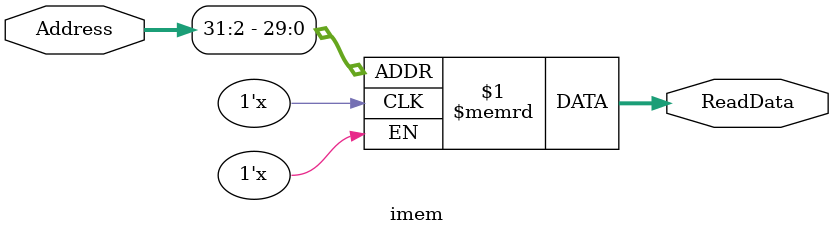
<source format=sv>
module imem(
	input 	logic [31:0] 	Address,
	output 	logic [31:0] 	ReadData
	);
	
	logic [31:0] RAM[63:0];
	
	//initial
		//$readmemh("memfile.dat", RAM);
		
	assign ReadData = RAM[Address[31:2]];
	
endmodule

</source>
